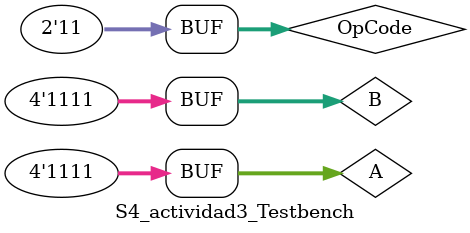
<source format=sv>
`timescale 1ns / 1ps


module S4_actividad3_Testbench;
        logic [3:0]    A, B;
        logic [1:0]      OpCode;       
        logic [3:0]    Result;
        logic [4:0]      Flags;
        logic signed [3:0] A_signed, B_signed,result_signed;
        S4_actividad3 #(.M(4)) count_2(
            .A(A),
            .B(B),
            .OpCode(OpCode),
            .Result(Result),
            .Flags(Flags),
            
            //Pruebas
            .A_signed(A_signed), 
            .B_signed(B_signed),
            .result_signed(result_signed)
        );
        
        initial begin
            //Suma;
            OpCode= 2'b01;
                        
            A = 4'b0000;
            B = 4'b0000;
            #10;
            
            A = 4'b0000;
            B = 4'b0001;
            #10;
            
            A = 4'b0000;
            B = 4'b0010;
            #10;
            
            A = 4'b0000;
            B = 4'b0100;
            #10;
            
            A = 4'b0000;
            B = 4'b1000;
            #10;
            
            A = 4'b0001;
            B = 4'b1111;
            #10;
            
            A = 4'b0010;
            B = 4'b1100;
            #10;
            
            A = 4'b0100;
            B = 4'b1010;
            #10;
            
            A = 4'b1000;
            B = 4'b0110;
            #10;
            
            A = 4'b1111;
            B = 4'b1111;
            #10;
            
            
                        //Resta;
            OpCode= 2'b00;
            A = 4'b0000;
            B = 4'b0000;
            #10;
            
            A = 4'b0000;
            B = 4'b0001;
            #10;
            
            A = 4'b0000;
            B = 4'b0010;
            #10;
            
            A = 4'b0000;
            B = 4'b0100;
            #10;
            
            A = 4'b0000;
            B = 4'b1000;
            #10;
            
            A = 4'b0001;
            B = 4'b1111;
            #10;
            
            A = 4'b0010;
            B = 4'b1100;
            #10;
            
            A = 4'b0100;
            B = 4'b1010;
            #10;
            
            A = 4'b1000;
            B = 4'b0110;
            #10;
            
            A = 4'b1111;
            B = 4'b1111;
            #10;

            
            OpCode= 2'b10;
            A = 4'b0000;
            B = 4'b0000;
            #10;
            
            A = 4'b0000;
            B = 4'b0001;
            #10;
            
            A = 4'b0000;
            B = 4'b0010;
            #10;
            
            A = 4'b0000;
            B = 4'b0100;
            #10;
            
            A = 4'b0000;
            B = 4'b1000;
            #10;
            
            A = 4'b0001;
            B = 4'b1111;
            #10;
            
            A = 4'b0010;
            B = 4'b1100;
            #10;
            
            A = 4'b0100;
            B = 4'b1010;
            #10;
            
            A = 4'b1000;
            B = 4'b0110;
            #10;
            
            A = 4'b1111;
            B = 4'b1111;
            #10;

                        
            OpCode= 2'b11;
            A = 4'b0000;
            B = 4'b0000;
            #10;
            
            A = 4'b0000;
            B = 4'b0001;
            #10;
            
            A = 4'b0000;
            B = 4'b0010;
            #10;
            
            A = 4'b0000;
            B = 4'b0100;
            #10;
            
            A = 4'b0000;
            B = 4'b1000;
            #10;
            
            A = 4'b0001;
            B = 4'b1111;
            #10;
            
            A = 4'b0010;
            B = 4'b1100;
            #10;
            
            A = 4'b0100;
            B = 4'b1010;
            #10;
            
            A = 4'b1000;
            B = 4'b0110;
            #10;
            
            A = 4'b1111;
            B = 4'b1111;
            #10;

        end
endmodule

</source>
